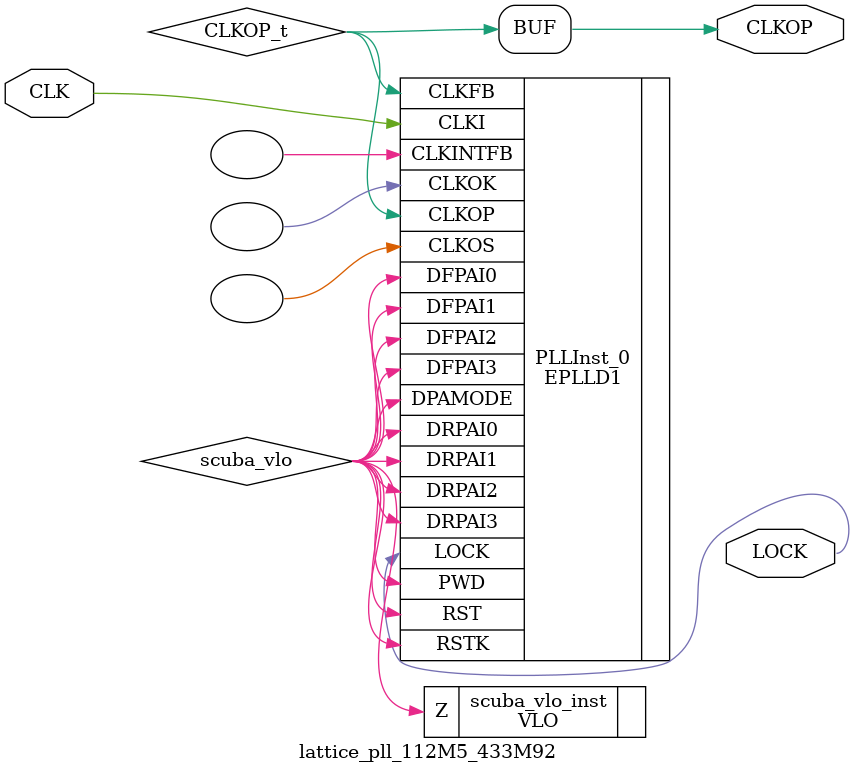
<source format=v>
/* Verilog netlist generated by SCUBA Diamond_3.1_Production (93) */
/* Module Version: 5.5 */
/* /usr/local/diamond/3.1_x64/ispfpga/bin/lin64/scuba -w -n clock433M92Hz -lang verilog -synth synplify -arch mg5a00 -type pll -fin 112.5 -phase_cntl STATIC -fclkop 433.92 -fclkop_tol 0.1 -fb_mode CLOCKTREE -noclkos -noclkok -norst -noclkok2  */
/* Mon Jul  7 22:13:54 2014 */


`timescale 1 ns / 1 ps
module lattice_pll_112M5_433M92 (CLK, CLKOP, LOCK)/* synthesis syn_noprune=1 *//* synthesis NGD_DRC_MASK=1 */;// exemplar attribute clock433M92Hz dont_touch true 
    input wire CLK;
    output wire CLKOP;
    output wire LOCK;

    wire CLKOP_t;
    wire scuba_vlo;

    VLO scuba_vlo_inst (.Z(scuba_vlo));

    // synopsys translate_off
    defparam PLLInst_0.CLKOK_BYPASS = "DISABLED" ;
    defparam PLLInst_0.CLKOS_BYPASS = "DISABLED" ;
    defparam PLLInst_0.CLKOP_BYPASS = "DISABLED" ;
    defparam PLLInst_0.PHASE_CNTL = "STATIC" ;
    defparam PLLInst_0.DUTY = 8 ;
    defparam PLLInst_0.PHASEADJ = "0.0" ;
    defparam PLLInst_0.CLKOK_DIV = 2 ;
    defparam PLLInst_0.CLKOP_DIV = 2 ;
    defparam PLLInst_0.CLKFB_DIV = 27 ;
    defparam PLLInst_0.CLKI_DIV = 7 ;
    // synopsys translate_on
    EPLLD1 PLLInst_0 (.CLKI(CLK), .CLKFB(CLKOP_t), .RST(scuba_vlo), .RSTK(scuba_vlo), 
        .DPAMODE(scuba_vlo), .DRPAI3(scuba_vlo), .DRPAI2(scuba_vlo), .DRPAI1(scuba_vlo), 
        .DRPAI0(scuba_vlo), .DFPAI3(scuba_vlo), .DFPAI2(scuba_vlo), .DFPAI1(scuba_vlo), 
        .DFPAI0(scuba_vlo), .PWD(scuba_vlo), .CLKOP(CLKOP_t), .CLKOS(), 
        .CLKOK(), .LOCK(LOCK), .CLKINTFB())
             /* synthesis CLKOK_BYPASS="DISABLED" */
             /* synthesis CLKOS_BYPASS="DISABLED" */
             /* synthesis FREQUENCY_PIN_CLKOP="433.928571" */
             /* synthesis CLKOP_BYPASS="DISABLED" */
             /* synthesis PHASE_CNTL="STATIC" */
             /* synthesis DUTY="8" */
             /* synthesis PHASEADJ="0.0" */
             /* synthesis FREQUENCY_PIN_CLKI="112.500000" */
             /* synthesis CLKOK_DIV="2" */
             /* synthesis CLKOP_DIV="2" */
             /* synthesis CLKFB_DIV="27" */
             /* synthesis CLKI_DIV="7" */
             /* synthesis FIN="112.500000" */;

    assign CLKOP = CLKOP_t;


    // exemplar begin
    // exemplar attribute PLLInst_0 CLKOK_BYPASS DISABLED
    // exemplar attribute PLLInst_0 CLKOS_BYPASS DISABLED
    // exemplar attribute PLLInst_0 FREQUENCY_PIN_CLKOP 433.928571
    // exemplar attribute PLLInst_0 CLKOP_BYPASS DISABLED
    // exemplar attribute PLLInst_0 PHASE_CNTL STATIC
    // exemplar attribute PLLInst_0 DUTY 8
    // exemplar attribute PLLInst_0 PHASEADJ 0.0
    // exemplar attribute PLLInst_0 FREQUENCY_PIN_CLKI 112.500000
    // exemplar attribute PLLInst_0 CLKOK_DIV 2
    // exemplar attribute PLLInst_0 CLKOP_DIV 2
    // exemplar attribute PLLInst_0 CLKFB_DIV 27
    // exemplar attribute PLLInst_0 CLKI_DIV 7
    // exemplar attribute PLLInst_0 FIN 112.500000
    // exemplar end

endmodule

</source>
